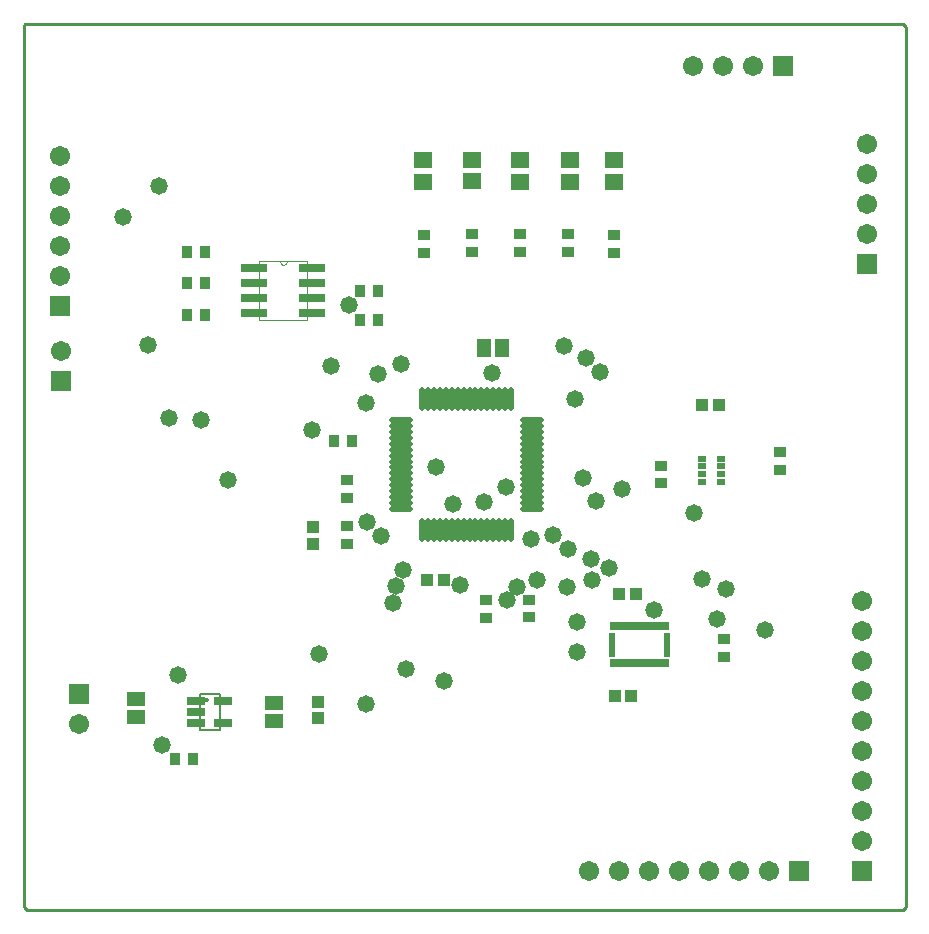
<source format=gts>
G04*
G04 #@! TF.GenerationSoftware,Altium Limited,Altium Designer,18.1.7 (191)*
G04*
G04 Layer_Color=8388736*
%FSLAX25Y25*%
%MOIN*%
G70*
G01*
G75*
%ADD13C,0.01181*%
%ADD16C,0.00500*%
%ADD17C,0.01000*%
%ADD18C,0.00000*%
%ADD33R,0.04343X0.03556*%
%ADD34R,0.02769X0.02178*%
%ADD35R,0.03950X0.04343*%
%ADD36R,0.06312X0.05524*%
%ADD37R,0.03556X0.04343*%
%ADD38O,0.07887X0.01981*%
%ADD39O,0.01981X0.07887*%
%ADD40R,0.04343X0.03950*%
%ADD41R,0.06312X0.05131*%
%ADD42R,0.06272X0.03084*%
%ADD43R,0.01981X0.02867*%
%ADD44R,0.02473X0.01981*%
%ADD45R,0.08600X0.03000*%
%ADD46R,0.05131X0.06312*%
%ADD47R,0.06706X0.06706*%
%ADD48C,0.06706*%
%ADD49R,0.06706X0.06706*%
%ADD50C,0.05800*%
D13*
X161043Y169524D02*
X160256D01*
X161043D01*
D16*
X165346Y159650D02*
Y171461D01*
X158654Y159650D02*
X165346D01*
X158654D02*
Y171461D01*
X165346D01*
D17*
X394000Y100500D02*
Y394000D01*
X393000Y99500D02*
X394000Y100500D01*
X101000Y99500D02*
X393000D01*
X100000Y100500D02*
X101000Y99500D01*
X100000Y100500D02*
Y394500D01*
X100500Y395000D01*
X393000D01*
X394000Y394000D01*
D18*
X185300Y315800D02*
X185652Y314951D01*
X186500Y314600D01*
X187348Y314951D01*
X187700Y315800D01*
X178600Y296200D02*
Y315800D01*
X185300D01*
X187700D01*
X194400D01*
Y296200D02*
Y315800D01*
X178600Y296200D02*
X194400D01*
Y314500D02*
X198700D01*
Y312500D02*
Y314500D01*
X194400Y312500D02*
X198700D01*
X194400D02*
Y314500D01*
Y309500D02*
X198700D01*
Y307500D02*
Y309500D01*
X194400Y307500D02*
X198700D01*
X194400D02*
Y309500D01*
Y304500D02*
X198700D01*
Y302500D02*
Y304500D01*
X194400Y302500D02*
X198700D01*
X194400D02*
Y304500D01*
Y299500D02*
X198700D01*
Y297500D02*
Y299500D01*
X194400Y297500D02*
X198700D01*
X194400D02*
Y299500D01*
X174300Y297500D02*
X178600D01*
X174300D02*
Y299500D01*
X178600D01*
Y297500D02*
Y299500D01*
X174300Y302500D02*
X178600D01*
X174300D02*
Y304500D01*
X178600D01*
Y302500D02*
Y304500D01*
X174300Y307500D02*
X178600D01*
X174300D02*
Y309500D01*
X178600D01*
Y307500D02*
Y309500D01*
X174300Y312500D02*
X178600D01*
X174300D02*
Y314500D01*
X178600D01*
Y312500D02*
Y314500D01*
D33*
X312500Y241839D02*
D03*
Y247744D02*
D03*
X352000Y252134D02*
D03*
Y246228D02*
D03*
X296843Y318547D02*
D03*
Y324453D02*
D03*
X281500Y319000D02*
D03*
Y324906D02*
D03*
X265500Y319000D02*
D03*
Y324906D02*
D03*
X249618Y319000D02*
D03*
Y324906D02*
D03*
X233476Y318547D02*
D03*
Y324453D02*
D03*
X268500Y203000D02*
D03*
Y197094D02*
D03*
X254000Y202961D02*
D03*
Y197055D02*
D03*
X333500Y184063D02*
D03*
Y189968D02*
D03*
X207772Y237047D02*
D03*
Y242953D02*
D03*
Y221594D02*
D03*
Y227500D02*
D03*
D34*
X332299Y247508D02*
D03*
X326000D02*
D03*
X332299Y244949D02*
D03*
X326000D02*
D03*
Y250067D02*
D03*
X332299D02*
D03*
Y242390D02*
D03*
X326000D02*
D03*
D35*
X326118Y268000D02*
D03*
X331630D02*
D03*
X234488Y209500D02*
D03*
X240000D02*
D03*
X302500Y171000D02*
D03*
X296988D02*
D03*
X298488Y205000D02*
D03*
X304000D02*
D03*
D36*
X296843Y349500D02*
D03*
Y342413D02*
D03*
X282000Y349500D02*
D03*
Y342413D02*
D03*
X265500Y349500D02*
D03*
Y342413D02*
D03*
X249618Y349543D02*
D03*
Y342457D02*
D03*
X233000Y349500D02*
D03*
Y342413D02*
D03*
D37*
X209500Y256000D02*
D03*
X203594D02*
D03*
X156406Y150000D02*
D03*
X150500D02*
D03*
X218000Y306000D02*
D03*
X212094D02*
D03*
X218000Y296200D02*
D03*
X212094D02*
D03*
X160500Y297854D02*
D03*
X154594D02*
D03*
X160406Y308500D02*
D03*
X154500D02*
D03*
X160453Y319000D02*
D03*
X154547D02*
D03*
D38*
X225799Y262843D02*
D03*
Y260874D02*
D03*
Y258906D02*
D03*
Y256937D02*
D03*
Y254969D02*
D03*
Y253000D02*
D03*
Y251031D02*
D03*
Y249063D02*
D03*
Y247094D02*
D03*
Y245126D02*
D03*
Y243157D02*
D03*
Y241189D02*
D03*
Y239220D02*
D03*
Y237252D02*
D03*
Y235283D02*
D03*
Y233315D02*
D03*
X269500D02*
D03*
Y235283D02*
D03*
Y237252D02*
D03*
Y239220D02*
D03*
Y241189D02*
D03*
Y243157D02*
D03*
Y245126D02*
D03*
Y247094D02*
D03*
Y249063D02*
D03*
Y251031D02*
D03*
Y253000D02*
D03*
Y254969D02*
D03*
Y256937D02*
D03*
Y258906D02*
D03*
Y260874D02*
D03*
Y262843D02*
D03*
D39*
X232886Y226228D02*
D03*
X234854D02*
D03*
X236823D02*
D03*
X238791D02*
D03*
X240760D02*
D03*
X242728D02*
D03*
X244697D02*
D03*
X246665D02*
D03*
X248634D02*
D03*
X250602D02*
D03*
X252571D02*
D03*
X254539D02*
D03*
X256508D02*
D03*
X258476D02*
D03*
X260445D02*
D03*
X262413D02*
D03*
Y269929D02*
D03*
X260445D02*
D03*
X258476D02*
D03*
X256508D02*
D03*
X254539D02*
D03*
X252571D02*
D03*
X250602D02*
D03*
X248634D02*
D03*
X246665D02*
D03*
X244697D02*
D03*
X242728D02*
D03*
X240760D02*
D03*
X238791D02*
D03*
X236823D02*
D03*
X234854D02*
D03*
X232886D02*
D03*
D40*
X198000Y169000D02*
D03*
Y163488D02*
D03*
X196500Y221701D02*
D03*
Y227213D02*
D03*
D41*
X183500Y168508D02*
D03*
Y162602D02*
D03*
X137500Y169953D02*
D03*
Y164047D02*
D03*
D42*
X166587Y169295D02*
D03*
Y161815D02*
D03*
X157413D02*
D03*
Y165555D02*
D03*
Y169295D02*
D03*
D43*
X298417Y194152D02*
D03*
X300386D02*
D03*
X302354D02*
D03*
X304323D02*
D03*
X306291D02*
D03*
X308260D02*
D03*
X310228D02*
D03*
X312197D02*
D03*
X314165D02*
D03*
Y181848D02*
D03*
X312197D02*
D03*
X310228D02*
D03*
X308260D02*
D03*
X306291D02*
D03*
X304323D02*
D03*
X302354D02*
D03*
X300386D02*
D03*
X298417D02*
D03*
X296449D02*
D03*
Y194152D02*
D03*
D44*
X314411Y190953D02*
D03*
Y188984D02*
D03*
Y187016D02*
D03*
Y185047D02*
D03*
X296203D02*
D03*
Y187016D02*
D03*
Y188984D02*
D03*
Y190953D02*
D03*
D45*
X196200Y313500D02*
D03*
Y308500D02*
D03*
Y303500D02*
D03*
Y298500D02*
D03*
X176800D02*
D03*
Y303500D02*
D03*
Y308500D02*
D03*
Y313500D02*
D03*
D46*
X259500Y287000D02*
D03*
X253594D02*
D03*
D47*
X112500Y276000D02*
D03*
X118500Y171500D02*
D03*
X379500Y112500D02*
D03*
X381000Y315000D02*
D03*
X112000Y300870D02*
D03*
D48*
X112500Y286000D02*
D03*
X118500Y161500D02*
D03*
X379500Y132500D02*
D03*
Y202500D02*
D03*
Y192500D02*
D03*
Y182500D02*
D03*
Y172500D02*
D03*
Y162500D02*
D03*
Y152500D02*
D03*
Y142500D02*
D03*
Y122500D02*
D03*
X288500Y112500D02*
D03*
X298500D02*
D03*
X308500D02*
D03*
X318500D02*
D03*
X328500D02*
D03*
X338500D02*
D03*
X348500D02*
D03*
X381000Y325000D02*
D03*
Y335000D02*
D03*
Y345000D02*
D03*
Y355000D02*
D03*
X343000Y381000D02*
D03*
X333000D02*
D03*
X323000D02*
D03*
X112000Y310870D02*
D03*
Y320870D02*
D03*
Y330870D02*
D03*
Y340870D02*
D03*
Y350870D02*
D03*
D49*
X358500Y112500D02*
D03*
X353000Y381000D02*
D03*
D50*
X299374Y240000D02*
D03*
X323292Y231792D02*
D03*
X290692Y235792D02*
D03*
X214046Y168213D02*
D03*
X284500Y195500D02*
D03*
Y185500D02*
D03*
X295000Y213500D02*
D03*
X310000Y199500D02*
D03*
X196213Y259500D02*
D03*
X218000Y278200D02*
D03*
X225799Y281701D02*
D03*
X168000Y243000D02*
D03*
X214046Y268546D02*
D03*
X260923Y240500D02*
D03*
X253594Y235594D02*
D03*
X237406Y247094D02*
D03*
X255956Y278500D02*
D03*
X243000Y235000D02*
D03*
X286484Y243484D02*
D03*
X269000Y223216D02*
D03*
X264382Y207335D02*
D03*
X276500Y224457D02*
D03*
X226500Y213000D02*
D03*
X224000Y207500D02*
D03*
X223000Y201961D02*
D03*
X271235Y209500D02*
D03*
X281154Y207335D02*
D03*
X289500Y209500D02*
D03*
X281323Y219823D02*
D03*
X289000Y216500D02*
D03*
X334000Y206500D02*
D03*
X326000Y210000D02*
D03*
X202597Y281000D02*
D03*
X208500Y301200D02*
D03*
X240000Y176000D02*
D03*
X148500Y263500D02*
D03*
X159157Y262843D02*
D03*
X227500Y180000D02*
D03*
X141500Y288000D02*
D03*
X133000Y330500D02*
D03*
X219000Y224177D02*
D03*
X145000Y340870D02*
D03*
X214500Y228953D02*
D03*
X283665Y269979D02*
D03*
X292000Y279000D02*
D03*
X287500Y283500D02*
D03*
X280000Y287500D02*
D03*
X198299Y185000D02*
D03*
X347000Y192862D02*
D03*
X331161Y196661D02*
D03*
X245500Y208000D02*
D03*
X151500Y178000D02*
D03*
X146000Y154500D02*
D03*
X261039Y202961D02*
D03*
M02*

</source>
